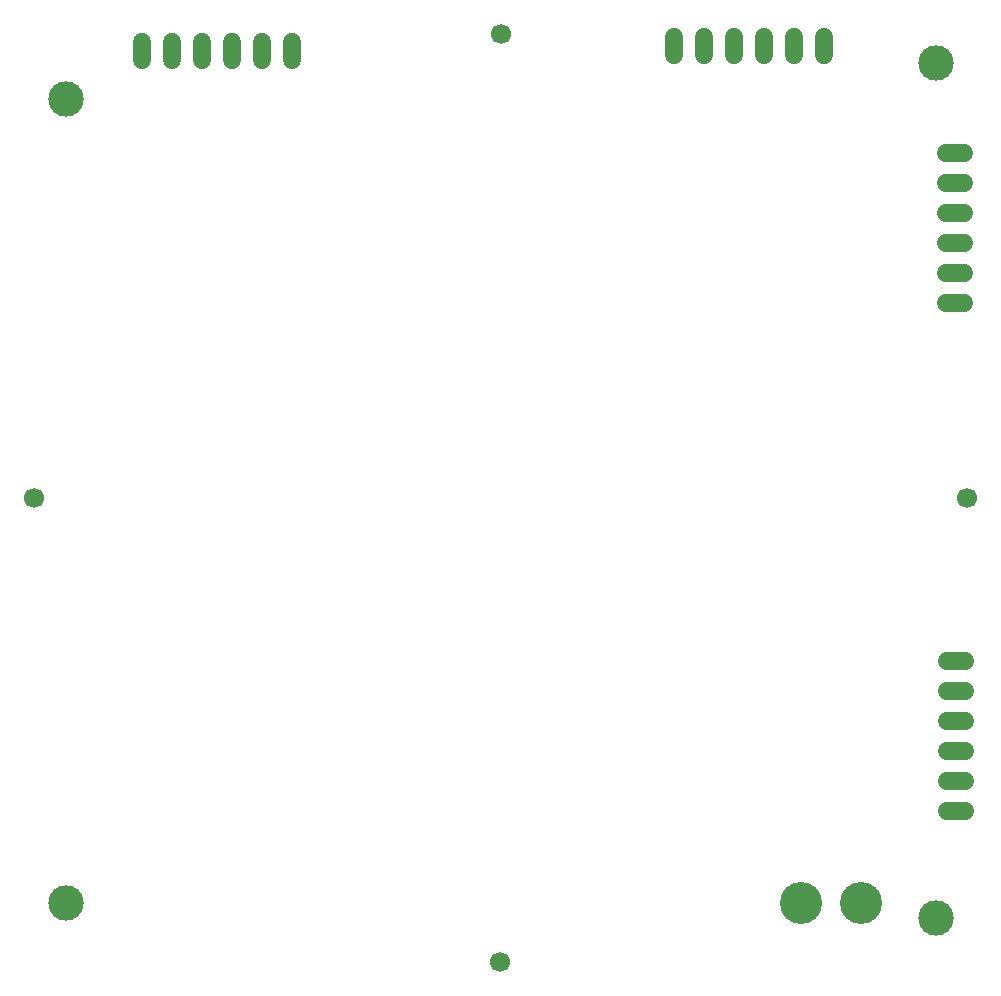
<source format=gbs>
G75*
%MOIN*%
%OFA0B0*%
%FSLAX25Y25*%
%IPPOS*%
%LPD*%
%AMOC8*
5,1,8,0,0,1.08239X$1,22.5*
%
%ADD10C,0.14000*%
%ADD11C,0.11811*%
%ADD12C,0.06000*%
%ADD13C,0.06693*%
D10*
X0298197Y0062197D03*
X0318197Y0062197D03*
D11*
X0053197Y0062197D03*
X0053197Y0330197D03*
X0343197Y0342197D03*
X0343197Y0057197D03*
D12*
X0346997Y0092997D02*
X0352997Y0092997D01*
X0352997Y0102997D02*
X0346997Y0102997D01*
X0346997Y0112997D02*
X0352997Y0112997D01*
X0352997Y0122997D02*
X0346997Y0122997D01*
X0346997Y0132997D02*
X0352997Y0132997D01*
X0352997Y0142997D02*
X0346997Y0142997D01*
X0346697Y0262397D02*
X0352697Y0262397D01*
X0352697Y0272397D02*
X0346697Y0272397D01*
X0346697Y0282397D02*
X0352697Y0282397D01*
X0352697Y0292397D02*
X0346697Y0292397D01*
X0346697Y0302397D02*
X0352697Y0302397D01*
X0352697Y0312397D02*
X0346697Y0312397D01*
X0306034Y0344860D02*
X0306034Y0350860D01*
X0296034Y0350860D02*
X0296034Y0344860D01*
X0286034Y0344860D02*
X0286034Y0350860D01*
X0276034Y0350860D02*
X0276034Y0344860D01*
X0266034Y0344860D02*
X0266034Y0350860D01*
X0256034Y0350860D02*
X0256034Y0344860D01*
X0128597Y0343397D02*
X0128597Y0349397D01*
X0118597Y0349397D02*
X0118597Y0343397D01*
X0108597Y0343397D02*
X0108597Y0349397D01*
X0098597Y0349397D02*
X0098597Y0343397D01*
X0088597Y0343397D02*
X0088597Y0349397D01*
X0078597Y0349397D02*
X0078597Y0343397D01*
D13*
X0198197Y0352097D03*
X0353497Y0197397D03*
X0197797Y0042597D03*
X0042497Y0197197D03*
M02*

</source>
